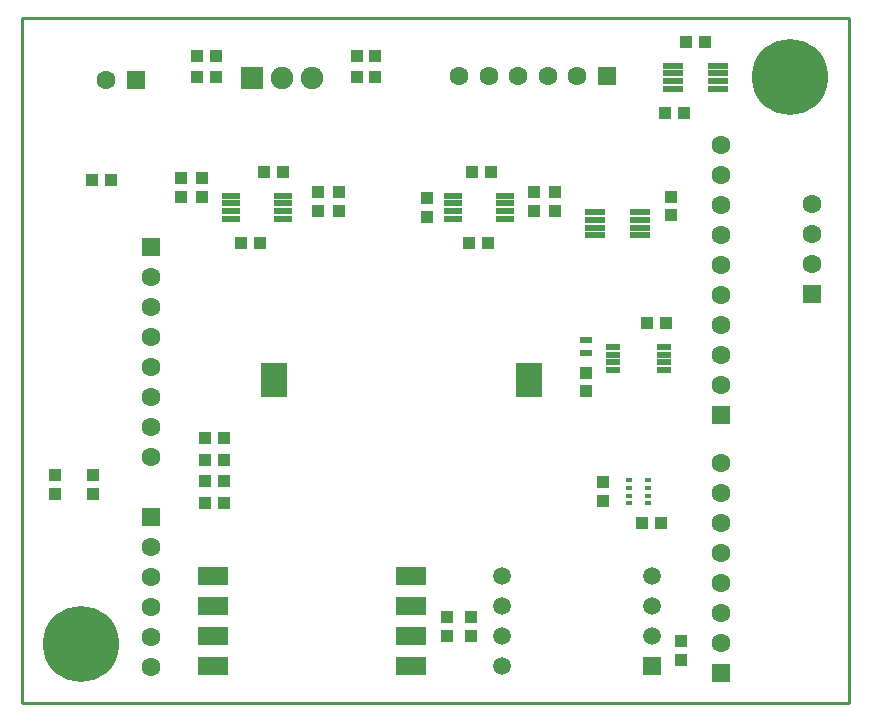
<source format=gts>
G04*
G04 #@! TF.GenerationSoftware,Altium Limited,Altium Designer,20.1.14 (287)*
G04*
G04 Layer_Color=8388736*
%FSLAX25Y25*%
%MOIN*%
G70*
G04*
G04 #@! TF.SameCoordinates,F17826E9-34F6-497C-9B9F-35048D5DD880*
G04*
G04*
G04 #@! TF.FilePolarity,Negative*
G04*
G01*
G75*
%ADD12C,0.01000*%
%ADD28R,0.04331X0.04134*%
%ADD29R,0.04134X0.04331*%
%ADD30R,0.06693X0.02165*%
%ADD31R,0.04921X0.02165*%
%ADD32R,0.02362X0.01772*%
%ADD33R,0.06102X0.02165*%
%ADD34R,0.08898X0.11378*%
%ADD35R,0.04331X0.02362*%
%ADD36R,0.10394X0.06457*%
%ADD37C,0.06299*%
%ADD38R,0.06299X0.06299*%
%ADD39R,0.00394X0.00394*%
%ADD40C,0.07480*%
%ADD41R,0.07480X0.07480*%
%ADD42C,0.25394*%
%ADD43R,0.05906X0.05906*%
%ADD44C,0.05906*%
D12*
X0Y0D02*
X275591D01*
X0D02*
Y228346D01*
X275590D01*
X275591Y0D01*
D28*
X23622Y69685D02*
D03*
X23621Y75985D02*
D03*
X11024Y69685D02*
D03*
X11023Y75985D02*
D03*
X177558Y170473D02*
D03*
X177559Y164173D02*
D03*
X170473Y164173D02*
D03*
X170472Y170472D02*
D03*
X105512Y164173D02*
D03*
X105511Y170473D02*
D03*
X52756Y168898D02*
D03*
X52755Y175197D02*
D03*
X59842Y175197D02*
D03*
X59843Y168897D02*
D03*
X98425Y170472D02*
D03*
X98426Y164173D02*
D03*
X135039Y168504D02*
D03*
X135039Y162205D02*
D03*
X219685Y14567D02*
D03*
X219684Y20866D02*
D03*
X149606Y22441D02*
D03*
X149606Y28741D02*
D03*
X141732Y22441D02*
D03*
X141732Y28741D02*
D03*
X193701Y67323D02*
D03*
X193700Y73622D02*
D03*
X187795Y103937D02*
D03*
X187795Y110237D02*
D03*
X216142Y162598D02*
D03*
X216141Y168898D02*
D03*
D29*
X212992Y60236D02*
D03*
X206693Y60236D02*
D03*
X155118Y153544D02*
D03*
X148819Y153543D02*
D03*
X79134Y153543D02*
D03*
X72834Y153543D02*
D03*
X87008Y177165D02*
D03*
X80708Y177165D02*
D03*
X64567Y215748D02*
D03*
X58267Y215747D02*
D03*
X58268Y208661D02*
D03*
X64567Y208662D02*
D03*
X29528Y174409D02*
D03*
X23228Y174409D02*
D03*
X150000Y177165D02*
D03*
X156299Y177165D02*
D03*
X111417Y215748D02*
D03*
X117717Y215749D02*
D03*
X117717Y208661D02*
D03*
X111417Y208661D02*
D03*
X220472Y196850D02*
D03*
X214173Y196850D02*
D03*
X227559Y220472D02*
D03*
X221259Y220472D02*
D03*
X67323Y88583D02*
D03*
X61023Y88582D02*
D03*
X67323Y81102D02*
D03*
X61023Y81102D02*
D03*
X67323Y74016D02*
D03*
X61023Y74015D02*
D03*
X61024Y66929D02*
D03*
X67323Y66930D02*
D03*
X208268Y126772D02*
D03*
X214567Y126772D02*
D03*
D30*
X216929Y207382D02*
D03*
X231890Y209941D02*
D03*
X216929D02*
D03*
X231890Y207382D02*
D03*
X216929Y204822D02*
D03*
X231890Y212500D02*
D03*
X216929D02*
D03*
X231890Y204823D02*
D03*
X205906Y161122D02*
D03*
X190945Y158563D02*
D03*
X205906D02*
D03*
X190945Y161122D02*
D03*
X205906Y163681D02*
D03*
X190945Y156004D02*
D03*
X205906D02*
D03*
X190945Y163681D02*
D03*
D31*
X196949Y118799D02*
D03*
X214075Y111122D02*
D03*
X196949D02*
D03*
X214075Y118799D02*
D03*
X196949Y116240D02*
D03*
X214075Y113681D02*
D03*
X196949D02*
D03*
X214075Y116240D02*
D03*
D32*
X208661Y74311D02*
D03*
Y71752D02*
D03*
Y69193D02*
D03*
Y66634D02*
D03*
X202362Y74311D02*
D03*
Y71752D02*
D03*
Y69193D02*
D03*
Y66634D02*
D03*
D33*
X69685Y169193D02*
D03*
X87008Y161515D02*
D03*
X69685D02*
D03*
X87008Y169193D02*
D03*
X69685Y166634D02*
D03*
X87008Y164075D02*
D03*
X69685D02*
D03*
X87008Y166634D02*
D03*
X161024Y166634D02*
D03*
X143701Y164075D02*
D03*
X161024D02*
D03*
X143701Y166634D02*
D03*
X161024Y169193D02*
D03*
X143701Y161515D02*
D03*
X161024D02*
D03*
X143701Y169193D02*
D03*
D34*
X83898Y107874D02*
D03*
X168898D02*
D03*
D35*
X187795Y116732D02*
D03*
Y121063D02*
D03*
D36*
X129449Y12559D02*
D03*
Y22559D02*
D03*
Y32559D02*
D03*
Y42559D02*
D03*
X63465D02*
D03*
Y32559D02*
D03*
Y22559D02*
D03*
Y12559D02*
D03*
D37*
X145669Y209015D02*
D03*
X155512D02*
D03*
X185039D02*
D03*
X175197D02*
D03*
X165354D02*
D03*
X27953Y207874D02*
D03*
X263386Y166457D02*
D03*
Y156457D02*
D03*
Y146457D02*
D03*
X232795Y115984D02*
D03*
Y185984D02*
D03*
Y175984D02*
D03*
Y165984D02*
D03*
Y155984D02*
D03*
Y145984D02*
D03*
Y135984D02*
D03*
Y125984D02*
D03*
Y105984D02*
D03*
Y20000D02*
D03*
Y30000D02*
D03*
Y40000D02*
D03*
Y50000D02*
D03*
Y60000D02*
D03*
Y70000D02*
D03*
Y80000D02*
D03*
X42795Y141969D02*
D03*
Y131968D02*
D03*
Y121968D02*
D03*
Y111969D02*
D03*
Y101969D02*
D03*
Y91969D02*
D03*
Y81968D02*
D03*
Y51968D02*
D03*
Y41969D02*
D03*
Y31969D02*
D03*
Y21969D02*
D03*
Y11969D02*
D03*
D38*
X194882Y209015D02*
D03*
X37795Y207874D02*
D03*
X263386Y136457D02*
D03*
X232795Y95984D02*
D03*
Y10000D02*
D03*
X42795Y151969D02*
D03*
Y61968D02*
D03*
D39*
X201181Y216889D02*
D03*
X44094Y215748D02*
D03*
D40*
X96614Y208268D02*
D03*
X86614D02*
D03*
D41*
X76614D02*
D03*
D42*
X19685Y19685D02*
D03*
X255906Y208661D02*
D03*
D43*
X210039Y12559D02*
D03*
D44*
X160039Y42559D02*
D03*
X210039D02*
D03*
X160039Y12559D02*
D03*
X210039Y22559D02*
D03*
X160039Y32559D02*
D03*
X210039D02*
D03*
X160039Y22559D02*
D03*
M02*

</source>
